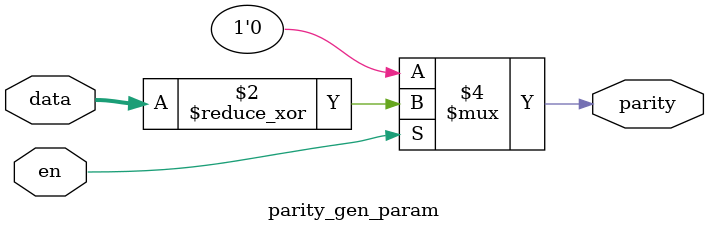
<source format=sv>
module parity_gen_param #(
    parameter WIDTH = 32
)(
    input en,
    input [WIDTH-1:0] data,
    output reg parity
);
always @(*) begin
    if (en) parity = ^data;
    else parity = 1'b0;
end
endmodule
</source>
